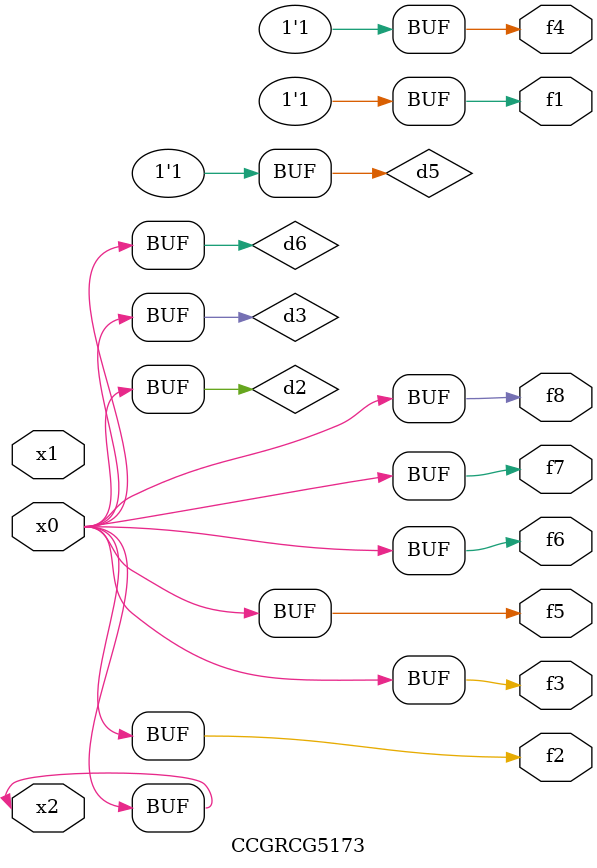
<source format=v>
module CCGRCG5173(
	input x0, x1, x2,
	output f1, f2, f3, f4, f5, f6, f7, f8
);

	wire d1, d2, d3, d4, d5, d6;

	xnor (d1, x2);
	buf (d2, x0, x2);
	and (d3, x0);
	xnor (d4, x1, x2);
	nand (d5, d1, d3);
	buf (d6, d2, d3);
	assign f1 = d5;
	assign f2 = d6;
	assign f3 = d6;
	assign f4 = d5;
	assign f5 = d6;
	assign f6 = d6;
	assign f7 = d6;
	assign f8 = d6;
endmodule

</source>
